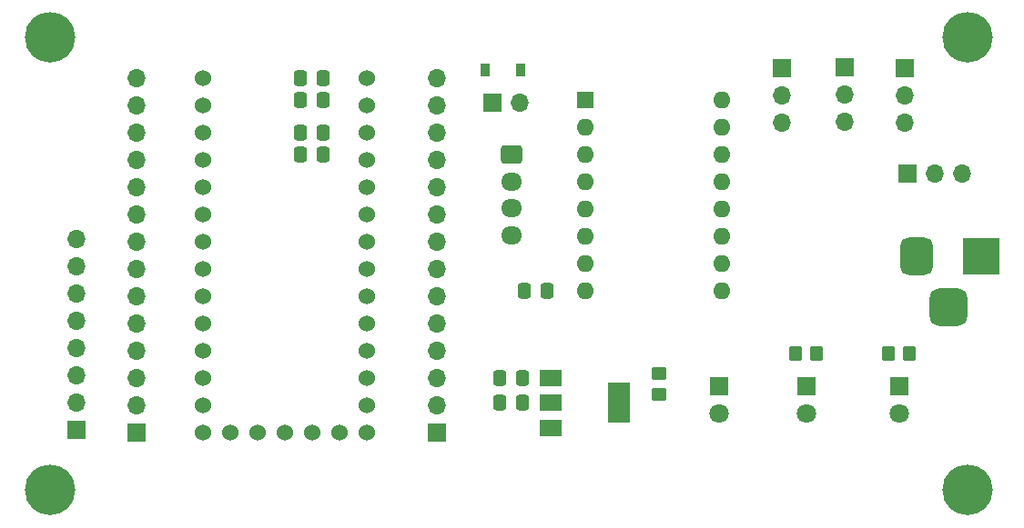
<source format=gbr>
%TF.GenerationSoftware,KiCad,Pcbnew,(6.0.2)*%
%TF.CreationDate,2023-06-01T18:25:34-05:00*%
%TF.ProjectId,MC_Circuit_v2,4d435f43-6972-4637-9569-745f76322e6b,rev?*%
%TF.SameCoordinates,Original*%
%TF.FileFunction,Soldermask,Bot*%
%TF.FilePolarity,Negative*%
%FSLAX46Y46*%
G04 Gerber Fmt 4.6, Leading zero omitted, Abs format (unit mm)*
G04 Created by KiCad (PCBNEW (6.0.2)) date 2023-06-01 18:25:34*
%MOMM*%
%LPD*%
G01*
G04 APERTURE LIST*
G04 Aperture macros list*
%AMRoundRect*
0 Rectangle with rounded corners*
0 $1 Rounding radius*
0 $2 $3 $4 $5 $6 $7 $8 $9 X,Y pos of 4 corners*
0 Add a 4 corners polygon primitive as box body*
4,1,4,$2,$3,$4,$5,$6,$7,$8,$9,$2,$3,0*
0 Add four circle primitives for the rounded corners*
1,1,$1+$1,$2,$3*
1,1,$1+$1,$4,$5*
1,1,$1+$1,$6,$7*
1,1,$1+$1,$8,$9*
0 Add four rect primitives between the rounded corners*
20,1,$1+$1,$2,$3,$4,$5,0*
20,1,$1+$1,$4,$5,$6,$7,0*
20,1,$1+$1,$6,$7,$8,$9,0*
20,1,$1+$1,$8,$9,$2,$3,0*%
G04 Aperture macros list end*
%ADD10C,4.700000*%
%ADD11R,1.800000X1.800000*%
%ADD12C,1.800000*%
%ADD13RoundRect,0.250000X-0.725000X0.600000X-0.725000X-0.600000X0.725000X-0.600000X0.725000X0.600000X0*%
%ADD14O,1.950000X1.700000*%
%ADD15R,3.500000X3.500000*%
%ADD16RoundRect,0.750000X-0.750000X-1.000000X0.750000X-1.000000X0.750000X1.000000X-0.750000X1.000000X0*%
%ADD17RoundRect,0.875000X-0.875000X-0.875000X0.875000X-0.875000X0.875000X0.875000X-0.875000X0.875000X0*%
%ADD18R,1.700000X1.700000*%
%ADD19O,1.700000X1.700000*%
%ADD20C,1.530000*%
%ADD21R,1.600000X1.600000*%
%ADD22O,1.600000X1.600000*%
%ADD23RoundRect,0.250000X-0.350000X-0.450000X0.350000X-0.450000X0.350000X0.450000X-0.350000X0.450000X0*%
%ADD24RoundRect,0.250000X-0.450000X0.350000X-0.450000X-0.350000X0.450000X-0.350000X0.450000X0.350000X0*%
%ADD25RoundRect,0.250000X0.337500X0.475000X-0.337500X0.475000X-0.337500X-0.475000X0.337500X-0.475000X0*%
%ADD26R,0.900000X1.200000*%
%ADD27R,2.000000X1.500000*%
%ADD28R,2.000000X3.800000*%
G04 APERTURE END LIST*
D10*
%TO.C,*%
X187706000Y-69596000D03*
%TD*%
D11*
%TO.C,D2*%
X181356000Y-102108000D03*
D12*
X181356000Y-104648000D03*
%TD*%
D13*
%TO.C,J9*%
X145334000Y-80518000D03*
D14*
X145334000Y-83018000D03*
X145334000Y-85518000D03*
X145334000Y-88018000D03*
%TD*%
D15*
%TO.C,J5*%
X188976000Y-89974500D03*
D16*
X182976000Y-89974500D03*
D17*
X185976000Y-94674500D03*
%TD*%
D18*
%TO.C,J6*%
X181864000Y-72405000D03*
D19*
X181864000Y-74945000D03*
X181864000Y-77485000D03*
%TD*%
D20*
%TO.C,U1*%
X116586000Y-75946000D03*
X116586000Y-78486000D03*
X116586000Y-81026000D03*
X116586000Y-83566000D03*
X121666000Y-106426000D03*
X131826000Y-78486000D03*
X116586000Y-86106000D03*
X116586000Y-88646000D03*
X116586000Y-91186000D03*
X116586000Y-93726000D03*
X116586000Y-96266000D03*
X116586000Y-98806000D03*
X116586000Y-101346000D03*
X116586000Y-103886000D03*
X116586000Y-106426000D03*
X131826000Y-106426000D03*
X131826000Y-103886000D03*
X131826000Y-101346000D03*
X131826000Y-98806000D03*
X131826000Y-96266000D03*
X131826000Y-93726000D03*
X131826000Y-91186000D03*
X131826000Y-88646000D03*
X131826000Y-86106000D03*
X131826000Y-83566000D03*
X131826000Y-81026000D03*
X116586000Y-73406000D03*
X124206000Y-106426000D03*
X131826000Y-75946000D03*
X129286000Y-106426000D03*
X126746000Y-106426000D03*
X119126000Y-106426000D03*
X131826000Y-73406000D03*
%TD*%
D18*
%TO.C,J3*%
X138405000Y-106416000D03*
D19*
X138405000Y-103876000D03*
X138405000Y-101336000D03*
X138405000Y-98796000D03*
X138405000Y-96256000D03*
X138405000Y-93716000D03*
X138405000Y-91176000D03*
X138405000Y-88636000D03*
X138405000Y-86096000D03*
X138405000Y-83556000D03*
X138405000Y-81016000D03*
X138405000Y-78476000D03*
X138405000Y-75936000D03*
X138405000Y-73396000D03*
%TD*%
D10*
%TO.C,REF\u002A\u002A*%
X102362000Y-69596000D03*
%TD*%
D18*
%TO.C,J2*%
X110465000Y-106416000D03*
D19*
X110465000Y-103876000D03*
X110465000Y-101336000D03*
X110465000Y-98796000D03*
X110465000Y-96256000D03*
X110465000Y-93716000D03*
X110465000Y-91176000D03*
X110465000Y-88636000D03*
X110465000Y-86096000D03*
X110465000Y-83556000D03*
X110465000Y-81016000D03*
X110465000Y-78476000D03*
X110465000Y-75936000D03*
X110465000Y-73396000D03*
%TD*%
D18*
%TO.C,J4*%
X143530000Y-75692000D03*
D19*
X146070000Y-75692000D03*
%TD*%
D10*
%TO.C,*%
X187706000Y-111760000D03*
%TD*%
D18*
%TO.C,J7*%
X176276000Y-72390000D03*
D19*
X176276000Y-74930000D03*
X176276000Y-77470000D03*
%TD*%
D21*
%TO.C,A1*%
X152156000Y-75438000D03*
D22*
X152156000Y-77978000D03*
X152156000Y-80518000D03*
X152156000Y-83058000D03*
X152156000Y-85598000D03*
X152156000Y-88138000D03*
X152156000Y-90678000D03*
X152156000Y-93218000D03*
X164856000Y-93218000D03*
X164856000Y-90678000D03*
X164856000Y-88138000D03*
X164856000Y-85598000D03*
X164856000Y-83058000D03*
X164856000Y-80518000D03*
X164856000Y-77978000D03*
X164856000Y-75438000D03*
%TD*%
D18*
%TO.C,SW1*%
X182133000Y-82296000D03*
D19*
X184673000Y-82296000D03*
X187213000Y-82296000D03*
%TD*%
D10*
%TO.C,*%
X102362000Y-111760000D03*
%TD*%
D18*
%TO.C,J8*%
X170434000Y-72405000D03*
D19*
X170434000Y-74945000D03*
X170434000Y-77485000D03*
%TD*%
D11*
%TO.C,D3*%
X164592000Y-102108000D03*
D12*
X164592000Y-104648000D03*
%TD*%
D11*
%TO.C,D1*%
X172720000Y-102113000D03*
D12*
X172720000Y-104653000D03*
%TD*%
D18*
%TO.C,J1*%
X104877000Y-106157000D03*
D19*
X104877000Y-103617000D03*
X104877000Y-101077000D03*
X104877000Y-98537000D03*
X104877000Y-95997000D03*
X104877000Y-93457000D03*
X104877000Y-90917000D03*
X104877000Y-88377000D03*
%TD*%
D23*
%TO.C,R2*%
X180356000Y-99055000D03*
X182356000Y-99055000D03*
%TD*%
D24*
%TO.C,R3*%
X159026452Y-100854000D03*
X159026452Y-102854000D03*
%TD*%
D25*
%TO.C,C2*%
X127783500Y-78458000D03*
X125708500Y-78458000D03*
%TD*%
D26*
%TO.C,D4*%
X146176000Y-72644000D03*
X142876000Y-72644000D03*
%TD*%
D25*
%TO.C,C4*%
X127783500Y-80518000D03*
X125708500Y-80518000D03*
%TD*%
%TO.C,C3*%
X127783500Y-75438000D03*
X125708500Y-75438000D03*
%TD*%
%TO.C,C5*%
X146325500Y-101346000D03*
X144250500Y-101346000D03*
%TD*%
%TO.C,C1*%
X127783500Y-73406000D03*
X125708500Y-73406000D03*
%TD*%
D23*
%TO.C,R1*%
X171720000Y-99060000D03*
X173720000Y-99060000D03*
%TD*%
D25*
%TO.C,C7*%
X148611500Y-93218000D03*
X146536500Y-93218000D03*
%TD*%
D27*
%TO.C,U2*%
X148996000Y-105932000D03*
D28*
X155296000Y-103632000D03*
D27*
X148996000Y-103632000D03*
X148996000Y-101332000D03*
%TD*%
D25*
%TO.C,C6*%
X146325500Y-103632000D03*
X144250500Y-103632000D03*
%TD*%
M02*

</source>
